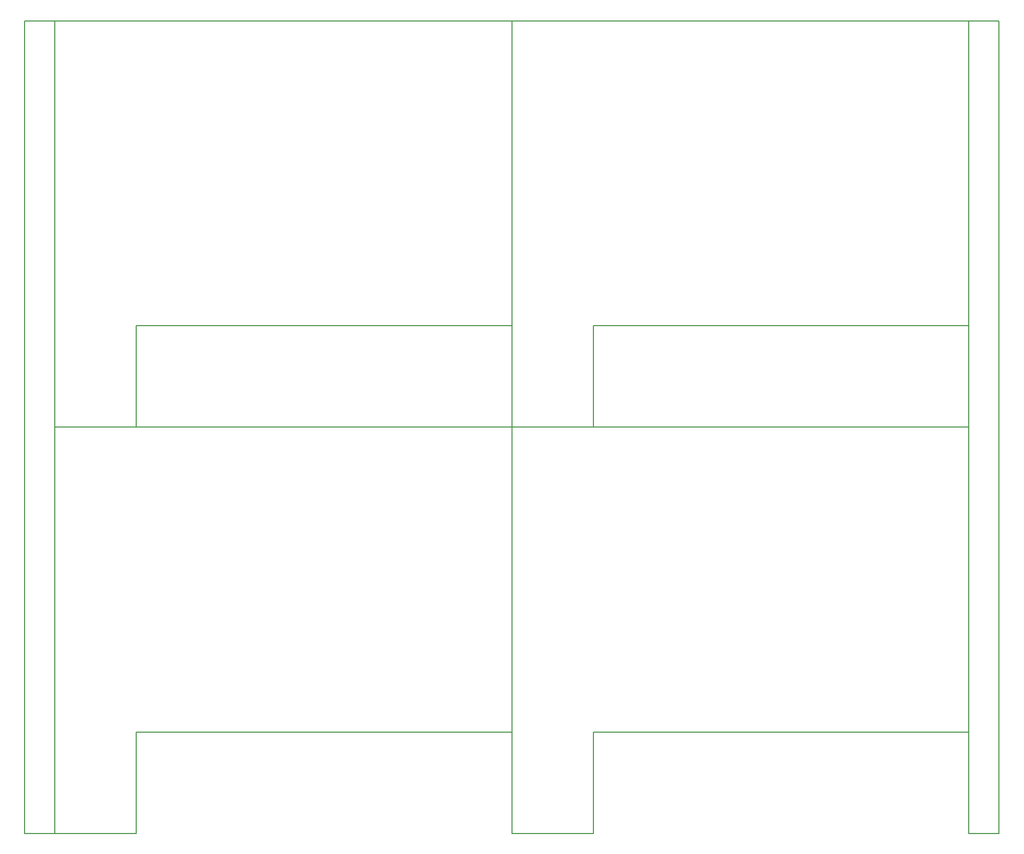
<source format=gko>
G04*
G04 #@! TF.GenerationSoftware,Altium Limited,Altium Designer,18.1.8 (232)*
G04*
G04 Layer_Color=16711935*
%FSLAX25Y25*%
%MOIN*%
G70*
G01*
G75*
%ADD13C,0.00500*%
D13*
X-19685Y529000D02*
X-0Y529000D01*
X-19685Y529000D02*
X-19685Y0D01*
X0Y0D01*
X-0Y529000D02*
X0Y0D01*
X595000Y-0D02*
X595000Y529000D01*
X595000Y-0D02*
X614685Y0D01*
X614685Y529000D01*
X595000Y529000D02*
X614685Y529000D01*
X297500Y529000D02*
X595000Y529000D01*
X595000Y330500D02*
X595000Y529000D01*
X350500Y330500D02*
X595000Y330500D01*
X350500Y264500D02*
X350500Y330500D01*
X297500Y264500D02*
X350500Y264500D01*
X297500Y264500D02*
Y529000D01*
X0Y529000D02*
X297500Y529000D01*
X297500Y330500D02*
X297500Y529000D01*
X53000Y330500D02*
X297500Y330500D01*
X53000Y264500D02*
X53000Y330500D01*
X0Y264500D02*
X53000Y264500D01*
X0Y264500D02*
Y529000D01*
X297500Y264500D02*
X595000Y264500D01*
X595000Y66000D02*
X595000Y264500D01*
X350500Y66000D02*
X595000Y66000D01*
X350500Y0D02*
X350500Y66000D01*
X297500Y0D02*
X350500Y0D01*
X297500Y0D02*
Y264500D01*
X0Y0D02*
Y264500D01*
Y0D02*
X53000Y0D01*
X53000Y66000D01*
X297500Y66000D01*
X297500Y264500D01*
X0Y264500D02*
X297500Y264500D01*
M02*

</source>
